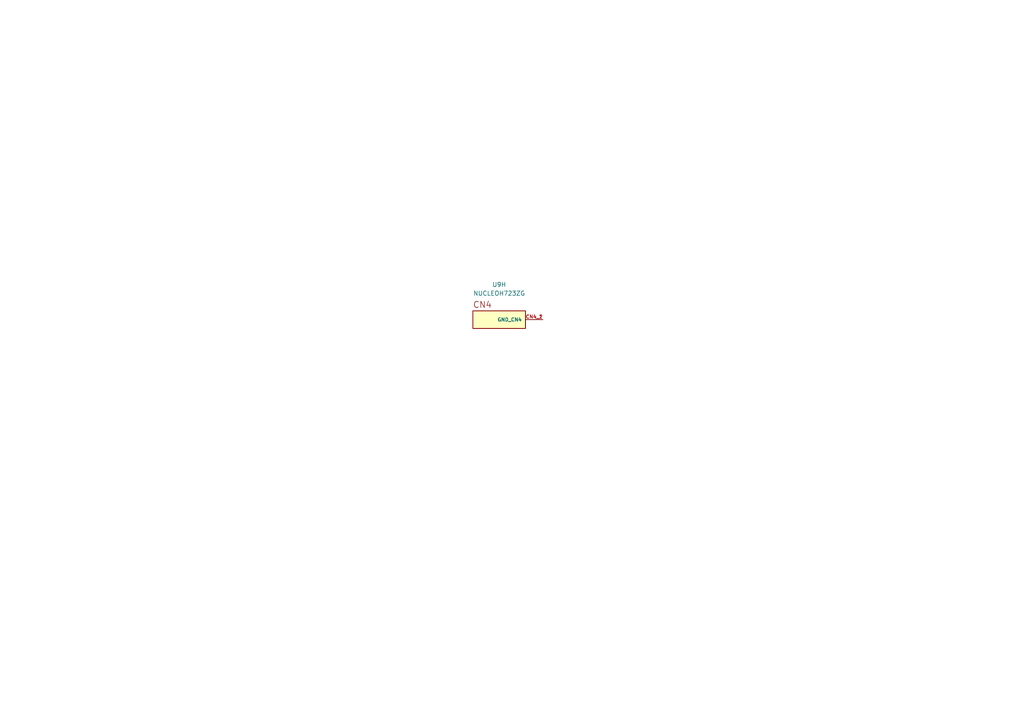
<source format=kicad_sch>
(kicad_sch (version 20250114) (generator "eeschema") (generator_version "9.0")
  (paper "A4")
  (lib_symbols
    (symbol "NUCLEOH723ZG:NUCLEOH723ZG" (pin_names (offset 1.016))
      (property "Reference" "U" (at -12.7 57.15 0))
      (property "Value" "NUCLEOH723ZG" (at -12.7 -54.61 0))
      (symbol "NUCLEOH723ZG_1_0"
        (rectangle (start -12.7 -53.34) (end 12.7 53.34) (stroke (width 0.254)) (fill (type background)))
        (text "CN11" (at -12.7 54.102 0) (effects (font (size 1.778 1.778)) (justify left bottom)))
        (pin input line (at -17.78 35.56 0) (length 5.08) (name "BOOT0") (number "CN11_7"))
        (pin input line (at -17.78 33.02 0) (length 5.08) (name "NRST") (number "CN11_14"))
        (pin bidirectional line (at -17.78 27.94 0) (length 5.08) (name "PA0") (number "CN11_28"))
        (pin bidirectional line (at -17.78 25.4 0) (length 5.08) (name "PA1") (number "CN11_30"))
        (pin bidirectional line (at -17.78 22.86 0) (length 5.08) (name "PA4") (number "CN11_32"))
        (pin bidirectional line (at -17.78 20.32 0) (length 5.08) (name "PA13") (number "CN11_13"))
        (pin bidirectional line (at -17.78 17.78 0) (length 5.08) (name "PA14") (number "CN11_15"))
        (pin bidirectional line (at -17.78 15.24 0) (length 5.08) (name "PA15") (number "CN11_17"))
        (pin bidirectional line (at -17.78 10.16 0) (length 5.08) (name "PB0") (number "CN11_34"))
        (pin bidirectional line (at -17.78 7.62 0) (length 5.08) (name "PB7") (number "CN11_21"))
        (pin bidirectional line (at -17.78 2.54 0) (length 5.08) (name "PC0") (number "CN11_38"))
        (pin bidirectional line (at -17.78 0 0) (length 5.08) (name "PC1") (number "CN11_36"))
        (pin bidirectional line (at -17.78 -2.54 0) (length 5.08) (name "PC2") (number "CN11_35"))
        (pin bidirectional line (at -17.78 -5.08 0) (length 5.08) (name "PC3") (number "CN11_37"))
        (pin bidirectional line (at -17.78 -7.62 0) (length 5.08) (name "PC10") (number "CN11_1"))
        (pin bidirectional line (at -17.78 -10.16 0) (length 5.08) (name "PC11") (number "CN11_2"))
        (pin bidirectional line (at -17.78 -12.7 0) (length 5.08) (name "PC12") (number "CN11_3"))
        (pin bidirectional line (at -17.78 -15.24 0) (length 5.08) (name "PC13") (number "CN11_23"))
        (pin bidirectional line (at -17.78 -17.78 0) (length 5.08) (name "PC14") (number "CN11_25"))
        (pin bidirectional line (at -17.78 -20.32 0) (length 5.08) (name "PC15") (number "CN11_27"))
        (pin bidirectional line (at -17.78 -25.4 0) (length 5.08) (name "PD0") (number "CN11_57"))
        (pin bidirectional line (at -17.78 -27.94 0) (length 5.08) (name "PD1") (number "CN11_55"))
        (pin bidirectional line (at -17.78 -30.48 0) (length 5.08) (name "PD2") (number "CN11_4"))
        (pin bidirectional line (at -17.78 -33.02 0) (length 5.08) (name "PD3") (number "CN11_40"))
        (pin bidirectional line (at -17.78 -35.56 0) (length 5.08) (name "PD4") (number "CN11_39"))
        (pin bidirectional line (at -17.78 -38.1 0) (length 5.08) (name "PD5") (number "CN11_41"))
        (pin bidirectional line (at -17.78 -40.64 0) (length 5.08) (name "PD6") (number "CN11_43"))
        (pin bidirectional line (at -17.78 -43.18 0) (length 5.08) (name "PD7") (number "CN11_45"))
        (pin bidirectional line (at -17.78 -45.72 0) (length 5.08) (name "PD9") (number "CN11_69"))
        (pin power_in line (at 17.78 50.8 180) (length 5.08) (name "3V3") (number "CN11_16"))
        (pin power_in line (at 17.78 48.26 180) (length 5.08) (name "5V") (number "CN11_18"))
        (pin power_in line (at 17.78 45.72 180) (length 5.08) (name "5V_EXT") (number "CN11_6"))
        (pin power_in line (at 17.78 43.18 180) (length 5.08) (name "VBAT") (number "CN11_33"))
        (pin power_in line (at 17.78 40.64 180) (length 5.08) (name "3V3_VDD") (number "CN11_5"))
        (pin power_in line (at 17.78 38.1 180) (length 5.08) (name "VIN") (number "CN11_24"))
        (pin bidirectional line (at 17.78 33.02 180) (length 5.08) (name "IOREF") (number "CN11_12"))
        (pin bidirectional line (at 17.78 27.94 180) (length 5.08) (name "PE1") (number "CN11_61"))
        (pin bidirectional line (at 17.78 25.4 180) (length 5.08) (name "PE2") (number "CN11_46"))
        (pin bidirectional line (at 17.78 22.86 180) (length 5.08) (name "PE3") (number "CN11_47"))
        (pin bidirectional line (at 17.78 20.32 180) (length 5.08) (name "PE4") (number "CN11_48"))
        (pin bidirectional line (at 17.78 17.78 180) (length 5.08) (name "PE5") (number "CN11_50"))
        (pin bidirectional line (at 17.78 15.24 180) (length 5.08) (name "PE6") (number "CN11_62"))
        (pin bidirectional line (at 17.78 10.16 180) (length 5.08) (name "PF0") (number "CN11_53"))
        (pin bidirectional line (at 17.78 7.62 180) (length 5.08) (name "PF1") (number "CN11_51"))
        (pin bidirectional line (at 17.78 5.08 180) (length 5.08) (name "PF2") (number "CN11_52"))
        (pin bidirectional line (at 17.78 2.54 180) (length 5.08) (name "PF6") (number "CN11_9"))
        (pin bidirectional line (at 17.78 0 180) (length 5.08) (name "PF7") (number "CN11_11"))
        (pin bidirectional line (at 17.78 -2.54 180) (length 5.08) (name "PF8") (number "CN11_54"))
        (pin bidirectional line (at 17.78 -5.08 180) (length 5.08) (name "PF9") (number "CN11_56"))
        (pin bidirectional line (at 17.78 -10.16 180) (length 5.08) (name "PG0") (number "CN11_59"))
        (pin bidirectional line (at 17.78 -12.7 180) (length 5.08) (name "PG1") (number "CN11_58"))
        (pin bidirectional line (at 17.78 -15.24 180) (length 5.08) (name "PG2") (number "CN11_42"))
        (pin bidirectional line (at 17.78 -17.78 180) (length 5.08) (name "PG3") (number "CN11_44"))
        (pin bidirectional line (at 17.78 -20.32 180) (length 5.08) (name "PG9") (number "CN11_63"))
        (pin bidirectional line (at 17.78 -22.86 180) (length 5.08) (name "PG10") (number "CN11_66"))
        (pin bidirectional line (at 17.78 -25.4 180) (length 5.08) (name "PG11") (number "CN11_70"))
        (pin bidirectional line (at 17.78 -27.94 180) (length 5.08) (name "PG12") (number "CN11_65"))
        (pin bidirectional line (at 17.78 -30.48 180) (length 5.08) (name "PG13") (number "CN11_68"))
        (pin bidirectional line (at 17.78 -33.02 180) (length 5.08) (name "PG15") (number "CN11_64"))
        (pin bidirectional line (at 17.78 -38.1 180) (length 5.08) (name "PH0") (number "CN11_29"))
        (pin bidirectional line (at 17.78 -40.64 180) (length 5.08) (name "PH1") (number "CN11_31"))
        (pin no_connect line (at 17.78 -45.72 180) (length 5.08) (name "NC") (number "CN11_10"))
        (pin no_connect line (at 17.78 -45.72 180) (length 5.08) (name "NC") (number "CN11_26"))
        (pin no_connect line (at 17.78 -45.72 180) (length 5.08) (name "NC") (number "CN11_67"))
        (pin power_in line (at 17.78 -50.8 180) (length 5.08) (name "GND_CN11") (number "CN11_19"))
        (pin power_in line (at 17.78 -50.8 180) (length 5.08) (name "GND_CN11") (number "CN11_20"))
        (pin power_in line (at 17.78 -50.8 180) (length 5.08) (name "GND_CN11") (number "CN11_22"))
        (pin power_in line (at 17.78 -50.8 180) (length 5.08) (name "GND_CN11") (number "CN11_49"))
        (pin power_in line (at 17.78 -50.8 180) (length 5.08) (name "GND_CN11") (number "CN11_60"))
        (pin power_in line (at 17.78 -50.8 180) (length 5.08) (name "GND_CN11") (number "CN11_8"))
      )
      (symbol "NUCLEOH723ZG_2_0"
        (rectangle (start -12.7 -53.34) (end 12.7 53.34) (stroke (width 0.254)) (fill (type background)))
        (text "CN12" (at -12.7 54.102 0) (effects (font (size 1.778 1.778)) (justify left bottom)))
        (pin bidirectional line (at -17.78 43.18 0) (length 5.08) (name "PA2") (number "CN12_35"))
        (pin bidirectional line (at -17.78 40.64 0) (length 5.08) (name "PA3") (number "CN12_37"))
        (pin bidirectional line (at -17.78 38.1 0) (length 5.08) (name "PA5") (number "CN12_11"))
        (pin bidirectional line (at -17.78 35.56 0) (length 5.08) (name "PA6") (number "CN12_13"))
        (pin bidirectional line (at -17.78 33.02 0) (length 5.08) (name "PA7") (number "CN12_15"))
        (pin bidirectional line (at -17.78 30.48 0) (length 5.08) (name "PA8") (number "CN12_23"))
        (pin bidirectional line (at -17.78 27.94 0) (length 5.08) (name "PA9") (number "CN12_21"))
        (pin bidirectional line (at -17.78 25.4 0) (length 5.08) (name "PA10") (number "CN12_33"))
        (pin bidirectional line (at -17.78 22.86 0) (length 5.08) (name "PA11") (number "CN12_14"))
        (pin bidirectional line (at -17.78 20.32 0) (length 5.08) (name "PA12") (number "CN12_12"))
        (pin bidirectional line (at -17.78 15.24 0) (length 5.08) (name "PB1") (number "CN12_24"))
        (pin bidirectional line (at -17.78 12.7 0) (length 5.08) (name "PB2") (number "CN12_22"))
        (pin bidirectional line (at -17.78 10.16 0) (length 5.08) (name "PB3") (number "CN12_31"))
        (pin bidirectional line (at -17.78 7.62 0) (length 5.08) (name "PB4") (number "CN12_27"))
        (pin bidirectional line (at -17.78 5.08 0) (length 5.08) (name "PB5") (number "CN12_29"))
        (pin bidirectional line (at -17.78 2.54 0) (length 5.08) (name "PB6") (number "CN12_17"))
        (pin bidirectional line (at -17.78 0 0) (length 5.08) (name "PB8") (number "CN12_3"))
        (pin bidirectional line (at -17.78 -2.54 0) (length 5.08) (name "PB9") (number "CN12_5"))
        (pin bidirectional line (at -17.78 -5.08 0) (length 5.08) (name "PB10") (number "CN12_25"))
        (pin bidirectional line (at -17.78 -7.62 0) (length 5.08) (name "PB11") (number "CN12_18"))
        (pin bidirectional line (at -17.78 -10.16 0) (length 5.08) (name "PB12") (number "CN12_16"))
        (pin bidirectional line (at -17.78 -12.7 0) (length 5.08) (name "PB13") (number "CN12_30"))
        (pin bidirectional line (at -17.78 -15.24 0) (length 5.08) (name "PB14") (number "CN12_28"))
        (pin bidirectional line (at -17.78 -17.78 0) (length 5.08) (name "PB15") (number "CN12_26"))
        (pin bidirectional line (at -17.78 -22.86 0) (length 5.08) (name "PC4") (number "CN12_34"))
        (pin bidirectional line (at -17.78 -25.4 0) (length 5.08) (name "PC5") (number "CN12_6"))
        (pin bidirectional line (at -17.78 -27.94 0) (length 5.08) (name "PC6") (number "CN12_4"))
        (pin bidirectional line (at -17.78 -30.48 0) (length 5.08) (name "PC7") (number "CN12_19"))
        (pin bidirectional line (at -17.78 -33.02 0) (length 5.08) (name "PC8") (number "CN12_2"))
        (pin bidirectional line (at -17.78 -35.56 0) (length 5.08) (name "PC9") (number "CN12_1"))
        (pin power_in line (at 17.78 50.8 180) (length 5.08) (name "VREFP") (number "CN12_7"))
        (pin power_in line (at 17.78 48.26 180) (length 5.08) (name "5V_USB_STLK") (number "CN12_8"))
        (pin bidirectional line (at 17.78 43.18 180) (length 5.08) (name "PD8") (number "CN12_10"))
        (pin bidirectional line (at 17.78 40.64 180) (length 5.08) (name "PD10") (number "CN12_65"))
        (pin bidirectional line (at 17.78 38.1 180) (length 5.08) (name "PD11") (number "CN12_45"))
        (pin bidirectional line (at 17.78 35.56 180) (length 5.08) (name "PD12") (number "CN12_43"))
        (pin bidirectional line (at 17.78 33.02 180) (length 5.08) (name "PD13") (number "CN12_41"))
        (pin bidirectional line (at 17.78 30.48 180) (length 5.08) (name "PD14") (number "CN12_46"))
        (pin bidirectional line (at 17.78 27.94 180) (length 5.08) (name "PD15") (number "CN12_48"))
        (pin bidirectional line (at 17.78 22.86 180) (length 5.08) (name "PE0") (number "CN12_64"))
        (pin bidirectional line (at 17.78 20.32 180) (length 5.08) (name "PE7") (number "CN12_44"))
        (pin bidirectional line (at 17.78 17.78 180) (length 5.08) (name "PE8") (number "CN12_40"))
        (pin bidirectional line (at 17.78 15.24 180) (length 5.08) (name "PE9") (number "CN12_52"))
        (pin bidirectional line (at 17.78 12.7 180) (length 5.08) (name "PE10") (number "CN12_47"))
        (pin bidirectional line (at 17.78 10.16 180) (length 5.08) (name "PE11") (number "CN12_56"))
        (pin bidirectional line (at 17.78 7.62 180) (length 5.08) (name "PE12") (number "CN12_49"))
        (pin bidirectional line (at 17.78 5.08 180) (length 5.08) (name "PE13") (number "CN12_55"))
        (pin bidirectional line (at 17.78 2.54 180) (length 5.08) (name "PE14") (number "CN12_51"))
        (pin bidirectional line (at 17.78 0 180) (length 5.08) (name "PE15") (number "CN12_53"))
        (pin bidirectional line (at 17.78 -5.08 180) (length 5.08) (name "PF3") (number "CN12_58"))
        (pin bidirectional line (at 17.78 -7.62 180) (length 5.08) (name "PF4") (number "CN12_38"))
        (pin bidirectional line (at 17.78 -10.16 180) (length 5.08) (name "PF5") (number "CN12_36"))
        (pin bidirectional line (at 17.78 -12.7 180) (length 5.08) (name "PF10") (number "CN12_42"))
        (pin bidirectional line (at 17.78 -15.24 180) (length 5.08) (name "PF11") (number "CN12_62"))
        (pin bidirectional line (at 17.78 -17.78 180) (length 5.08) (name "PF12") (number "CN12_59"))
        (pin bidirectional line (at 17.78 -20.32 180) (length 5.08) (name "PF13") (number "CN12_57"))
        (pin bidirectional line (at 17.78 -22.86 180) (length 5.08) (name "PF14") (number "CN12_50"))
        (pin bidirectional line (at 17.78 -25.4 180) (length 5.08) (name "PF15") (number "CN12_60"))
        (pin bidirectional line (at 17.78 -30.48 180) (length 5.08) (name "PG4") (number "CN12_69"))
        (pin bidirectional line (at 17.78 -33.02 180) (length 5.08) (name "PG5") (number "CN12_68"))
        (pin bidirectional line (at 17.78 -35.56 180) (length 5.08) (name "PG6") (number "CN12_70"))
        (pin bidirectional line (at 17.78 -38.1 180) (length 5.08) (name "PG7") (number "CN12_67"))
        (pin bidirectional line (at 17.78 -40.64 180) (length 5.08) (name "PG8") (number "CN12_66"))
        (pin bidirectional line (at 17.78 -43.18 180) (length 5.08) (name "PG14") (number "CN12_61"))
        (pin power_in line (at 17.78 -48.26 180) (length 5.08) (name "AGND_CN12") (number "CN12_32"))
        (pin power_in line (at 17.78 -50.8 180) (length 5.08) (name "GND_CN12") (number "CN12_20"))
        (pin power_in line (at 17.78 -50.8 180) (length 5.08) (name "GND_CN12") (number "CN12_39"))
        (pin power_in line (at 17.78 -50.8 180) (length 5.08) (name "GND_CN12") (number "CN12_54"))
        (pin power_in line (at 17.78 -50.8 180) (length 5.08) (name "GND_CN12") (number "CN12_63"))
        (pin power_in line (at 17.78 -50.8 180) (length 5.08) (name "GND_CN12") (number "CN12_9"))
      )
      (symbol "NUCLEOH723ZG_3_0"
        (rectangle (start -27.94 -20.32) (end 27.94 20.32) (stroke (width 0.254)) (fill (type background)))
        (text "CN8" (at -27.94 21.082 0) (effects (font (size 1.778 1.778)) (justify left bottom)))
        (pin input line (at -33.02 7.62 0) (length 5.08) (name "NRST_CN8") (number "CN8_5"))
        (pin bidirectional line (at -33.02 2.54 0) (length 5.08) (name "D43/SDMMC_D0") (number "CN8_2"))
        (pin bidirectional line (at -33.02 0 0) (length 5.08) (name "D44/SDMMC_D1/I2S_A_CKIN") (number "CN8_4"))
        (pin bidirectional line (at -33.02 -2.54 0) (length 5.08) (name "D45/SDMMC_D2") (number "CN8_6"))
        (pin bidirectional line (at -33.02 -5.08 0) (length 5.08) (name "D46/SDMMC_D3") (number "CN8_8"))
        (pin bidirectional line (at -33.02 -7.62 0) (length 5.08) (name "D47/SDMMC_CK") (number "CN8_10"))
        (pin bidirectional line (at -33.02 -10.16 0) (length 5.08) (name "D48/SDMMC_CMD") (number "CN8_12"))
        (pin no_connect line (at -33.02 -15.24 0) (length 5.08) (name "NC_CN8") (number "CN8_1"))
        (pin power_in line (at 33.02 17.78 180) (length 5.08) (name "VIN_CN8") (number "CN8_15"))
        (pin power_in line (at 33.02 15.24 180) (length 5.08) (name "5V_CN8") (number "CN8_9"))
        (pin power_in line (at 33.02 12.7 180) (length 5.08) (name "3V3_CN8") (number "CN8_7"))
        (pin bidirectional line (at 33.02 7.62 180) (length 5.08) (name "IOREF_CN8") (number "CN8_3"))
        (pin bidirectional line (at 33.02 0 180) (length 5.08) (name "D50/IO") (number "CN8_16"))
        (pin bidirectional line (at 33.02 -2.54 180) (length 5.08) (name "D49/IO") (number "CN8_14"))
        (pin power_in line (at 33.02 -17.78 180) (length 5.08) (name "GND_CN8") (number "CN8_11"))
        (pin power_in line (at 33.02 -17.78 180) (length 5.08) (name "GND_CN8") (number "CN8_13"))
      )
      (symbol "NUCLEOH723ZG_4_0"
        (rectangle (start -27.94 -25.4) (end 27.94 25.4) (stroke (width 0.254)) (fill (type background)))
        (text "CN9" (at -27.94 26.162 0) (effects (font (size 1.778 1.778)) (justify left bottom)))
        (pin input line (at -33.02 22.86 0) (length 5.08) (name "A0/ADC12_INP15") (number "CN9_1"))
        (pin input line (at -33.02 20.32 0) (length 5.08) (name "A1/ADC123_INP10") (number "CN9_3"))
        (pin input line (at -33.02 17.78 0) (length 5.08) (name "A2/ADC12_INP13") (number "CN9_5"))
        (pin input line (at -33.02 15.24 0) (length 5.08) (name "A3/ADC12_INP5") (number "CN9_7"))
        (pin input line (at -33.02 12.7 0) (length 5.08) (name "A4/ADC123_INP12/I2C1_SDA") (number "CN9_9"))
        (pin input line (at -33.02 10.16 0) (length 5.08) (name "A5/ADC3_INP6/I2C1_SCL") (number "CN9_11"))
        (pin bidirectional line (at -33.02 5.08 0) (length 5.08) (name "D51/USART_B_SCLK") (number "CN9_2"))
        (pin bidirectional line (at -33.02 2.54 0) (length 5.08) (name "D52/USART_B_RX") (number "CN9_4"))
        (pin bidirectional line (at -33.02 0 0) (length 5.08) (name "D53/USART_B_TX") (number "CN9_6"))
        (pin bidirectional line (at -33.02 -2.54 0) (length 5.08) (name "D54/USART_B_RTS") (number "CN9_8"))
        (pin bidirectional line (at -33.02 -5.08 0) (length 5.08) (name "D55/USART_B_CTS") (number "CN9_10"))
        (pin bidirectional line (at -33.02 -10.16 0) (length 5.08) (name "D56/SAI_A_MCLK") (number "CN9_14"))
        (pin bidirectional line (at -33.02 -12.7 0) (length 5.08) (name "D57/SAI_A_FS") (number "CN9_16"))
        (pin bidirectional line (at -33.02 -15.24 0) (length 5.08) (name "D58/SAI_A_SCK") (number "CN9_18"))
        (pin bidirectional line (at -33.02 -17.78 0) (length 5.08) (name "D59/SAI_A_SD") (number "CN9_20"))
        (pin bidirectional line (at 33.02 22.86 180) (length 5.08) (name "D68/I2C_B_SDA") (number "CN9_21"))
        (pin bidirectional line (at 33.02 20.32 180) (length 5.08) (name "D69/I2C_B_SCL") (number "CN9_19"))
        (pin bidirectional line (at 33.02 17.78 180) (length 5.08) (name "D70/I2C_B_SMBA") (number "CN9_17"))
        (pin output line (at 33.02 12.7 180) (length 5.08) (name "D66/CAN_TX") (number "CN9_27"))
        (pin input line (at 33.02 10.16 180) (length 5.08) (name "D67/CAN_RX") (number "CN9_25"))
        (pin bidirectional line (at 33.02 5.08 180) (length 5.08) (name "D64/IO") (number "CN9_30"))
        (pin bidirectional line (at 33.02 2.54 180) (length 5.08) (name "D65/IO") (number "CN9_29"))
        (pin bidirectional line (at 33.02 -2.54 180) (length 5.08) (name "D71/COMP2_INP") (number "CN9_15"))
        (pin bidirectional line (at 33.02 -5.08 180) (length 5.08) (name "D72/COMP1_INP") (number "CN9_13"))
        (pin bidirectional line (at 33.02 -10.16 180) (length 5.08) (name "D62/SAI_B_MCLK") (number "CN9_26"))
        (pin bidirectional line (at 33.02 -12.7 180) (length 5.08) (name "D63/SAI_B_FS") (number "CN9_28"))
        (pin bidirectional line (at 33.02 -15.24 180) (length 5.08) (name "D61/SAI_B_SCK") (number "CN9_24"))
        (pin bidirectional line (at 33.02 -17.78 180) (length 5.08) (name "D60/SAI_B_SD") (number "CN9_22"))
        (pin power_in line (at 33.02 -22.86 180) (length 5.08) (name "GND_CN9") (number "CN9_12"))
        (pin power_in line (at 33.02 -22.86 180) (length 5.08) (name "GND_CN9") (number "CN9_23"))
      )
      (symbol "NUCLEOH723ZG_5_0"
        (rectangle (start -33.02 -20.32) (end 33.02 20.32) (stroke (width 0.254)) (fill (type background)))
        (text "CN7" (at -33.02 21.082 0) (effects (font (size 1.778 1.778)) (justify left bottom)))
        (pin bidirectional line (at -38.1 12.7 0) (length 5.08) (name "D8/IO") (number "CN7_20"))
        (pin bidirectional line (at -38.1 10.16 0) (length 5.08) (name "D9/TIMER_B_PWM2") (number "CN7_18"))
        (pin bidirectional line (at -38.1 2.54 0) (length 5.08) (name "D10/SPI_A_CS/TIM_B_PWM3") (number "CN7_16"))
        (pin bidirectional line (at -38.1 0 0) (length 5.08) (name "D11/SPI_A_MOSI/TIM_E_PWM1") (number "CN7_14"))
        (pin bidirectional line (at -38.1 -2.54 0) (length 5.08) (name "D12/SPI_A_MISO") (number "CN7_12"))
        (pin bidirectional line (at -38.1 -5.08 0) (length 5.08) (name "D13/SPI_A_SCK") (number "CN7_10"))
        (pin bidirectional line (at -38.1 -7.62 0) (length 5.08) (name "D14/I2C_A_SDA") (number "CN7_4"))
        (pin bidirectional line (at -38.1 -10.16 0) (length 5.08) (name "D15/I2C_A_SCL") (number "CN7_2"))
        (pin bidirectional line (at -38.1 -12.7 0) (length 5.08) (name "D16/I2S_A_MCK") (number "CN7_1"))
        (pin power_in line (at 38.1 17.78 180) (length 5.08) (name "VREFP_CN7") (number "CN7_6"))
        (pin bidirectional line (at 38.1 12.7 180) (length 5.08) (name "D25/SPI_B_MISO") (number "CN7_19"))
        (pin bidirectional line (at 38.1 10.16 180) (length 5.08) (name "D24/SPI_B_NSS") (number "CN7_17"))
        (pin bidirectional line (at 38.1 7.62 180) (length 5.08) (name "D23/I2S_B_CK/SPI_B_SCK") (number "CN7_15"))
        (pin bidirectional line (at 38.1 5.08 180) (length 5.08) (name "D22/I2S_B_SD/SPI_B_MOSI") (number "CN7_13"))
        (pin bidirectional line (at 38.1 0 180) (length 5.08) (name "D21/I2S_B_MCK") (number "CN7_11"))
        (pin bidirectional line (at 38.1 -2.54 180) (length 5.08) (name "D20/I2S_B_WS") (number "CN7_9"))
        (pin bidirectional line (at 38.1 -7.62 180) (length 5.08) (name "D19/I2S_A_WS") (number "CN7_7"))
        (pin bidirectional line (at 38.1 -10.16 180) (length 5.08) (name "D18/I2S_A_CK") (number "CN7_5"))
        (pin bidirectional line (at 38.1 -12.7 180) (length 5.08) (name "D17/I2S_A_SD") (number "CN7_3"))
        (pin power_in line (at 38.1 -17.78 180) (length 5.08) (name "GND_CN7") (number "CN7_8"))
      )
      (symbol "NUCLEOH723ZG_6_0"
        (rectangle (start -27.94 -30.48) (end 27.94 30.48) (stroke (width 0.254)) (fill (type background)))
        (text "CN10" (at -27.94 31.242 0) (effects (font (size 1.778 1.778)) (justify left bottom)))
        (pin input line (at -33.02 22.86 0) (length 5.08) (name "A6/ADC_A_IN") (number "CN10_7"))
        (pin input line (at -33.02 20.32 0) (length 5.08) (name "A7/ADC_B_IN") (number "CN10_9"))
        (pin input line (at -33.02 17.78 0) (length 5.08) (name "A8/ADC_C_IN") (number "CN10_11"))
        (pin input line (at -33.02 12.7 0) (length 5.08) (name "D0/USART_A_RX") (number "CN10_16"))
        (pin output line (at -33.02 10.16 0) (length 5.08) (name "D1/USART_A_TX") (number "CN10_14"))
        (pin bidirectional line (at -33.02 5.08 0) (length 5.08) (name "D6/TIMER_A_PWM1") (number "CN10_4"))
        (pin bidirectional line (at -33.02 2.54 0) (length 5.08) (name "D5/TIMER_A_PWM2") (number "CN10_6"))
        (pin bidirectional line (at -33.02 0 0) (length 5.08) (name "D3/TIMER_A_PWM3") (number "CN10_10"))
        (pin bidirectional line (at -33.02 -5.08 0) (length 5.08) (name "D37/TIMER_A_BKIN1") (number "CN10_30"))
        (pin bidirectional line (at -33.02 -7.62 0) (length 5.08) (name "D38/TIMER_A_BKIN2") (number "CN10_28"))
        (pin bidirectional line (at -33.02 -10.16 0) (length 5.08) (name "D39/TIMER_A_PWM3N") (number "CN10_26"))
        (pin bidirectional line (at -33.02 -12.7 0) (length 5.08) (name "D40/TIMER_A_PWM2N") (number "CN10_24"))
        (pin bidirectional line (at -33.02 -15.24 0) (length 5.08) (name "D41/TIMER_A_ETR") (number "CN10_20"))
        (pin bidirectional line (at -33.02 -17.78 0) (length 5.08) (name "D42/TIMER_A_PWM1N") (number "CN10_18"))
        (pin power_in line (at 33.02 27.94 180) (length 5.08) (name "AVDD") (number "CN10_1"))
        (pin bidirectional line (at 33.02 22.86 180) (length 5.08) (name "D34/TIMER_B_ETR") (number "CN10_33"))
        (pin bidirectional line (at 33.02 17.78 180) (length 5.08) (name "D32/TIMER_C_PWM1") (number "CN10_29"))
        (pin bidirectional line (at 33.02 15.24 180) (length 5.08) (name "D36/TIMER_C_PWM2") (number "CN10_32"))
        (pin bidirectional line (at 33.02 12.7 180) (length 5.08) (name "D35/TIMER_C_PWM3") (number "CN10_34"))
        (pin bidirectional line (at 33.02 7.62 180) (length 5.08) (name "D33/TIMER_D_PWM1") (number "CN10_31"))
        (pin bidirectional line (at 33.02 2.54 180) (length 5.08) (name "D2/IO") (number "CN10_12"))
        (pin bidirectional line (at 33.02 0 180) (length 5.08) (name "D4/IO") (number "CN10_8"))
        (pin bidirectional line (at 33.02 -2.54 180) (length 5.08) (name "D7/IO") (number "CN10_2"))
        (pin bidirectional line (at 33.02 -7.62 180) (length 5.08) (name "D26/QSPI_CS") (number "CN10_13"))
        (pin bidirectional line (at 33.02 -10.16 180) (length 5.08) (name "D27/QSPI_CLK") (number "CN10_15"))
        (pin bidirectional line (at 33.02 -12.7 180) (length 5.08) (name "D30/QSPI_BK1_IO0") (number "CN10_23"))
        (pin bidirectional line (at 33.02 -15.24 180) (length 5.08) (name "D29/QSPI_BK1_IO1") (number "CN10_21"))
        (pin bidirectional line (at 33.02 -17.78 180) (length 5.08) (name "D31/QSPI_BK1_IO2") (number "CN10_25"))
        (pin bidirectional line (at 33.02 -20.32 180) (length 5.08) (name "D28/QSPI_BK1_IO3") (number "CN10_19"))
        (pin power_in line (at 33.02 -25.4 180) (length 5.08) (name "AGND_CN10") (number "CN10_3"))
        (pin power_in line (at 33.02 -27.94 180) (length 5.08) (name "GND_CN10") (number "CN10_17"))
        (pin power_in line (at 33.02 -27.94 180) (length 5.08) (name "GND_CN10") (number "CN10_22"))
        (pin power_in line (at 33.02 -27.94 180) (length 5.08) (name "GND_CN10") (number "CN10_27"))
        (pin power_in line (at 33.02 -27.94 180) (length 5.08) (name "GND_CN10") (number "CN10_5"))
      )
      (symbol "NUCLEOH723ZG_7_0"
        (rectangle (start -7.62 -2.54) (end 7.62 2.54) (stroke (width 0.254)) (fill (type background)))
        (text "CN3" (at -7.62 3.302 0) (effects (font (size 1.778 1.778)) (justify left bottom)))
        (pin power_in line (at 12.7 0 180) (length 5.08) (name "GND_CN3") (number "CN3_1"))
        (pin power_in line (at 12.7 0 180) (length 5.08) (name "GND_CN3") (number "CN3_2"))
      )
      (symbol "NUCLEOH723ZG_8_0"
        (rectangle (start -7.62 -2.54) (end 7.62 2.54) (stroke (width 0.254)) (fill (type background)))
        (text "CN4" (at -7.62 3.302 0) (effects (font (size 1.778 1.778)) (justify left bottom)))
        (pin power_in line (at 12.7 0 180) (length 5.08) (name "GND_CN4") (number "CN4_1"))
        (pin power_in line (at 12.7 0 180) (length 5.08) (name "GND_CN4") (number "CN4_2"))
      )
      (symbol "NUCLEOH723ZG_9_0"
        (rectangle (start -7.62 -2.54) (end 7.62 2.54) (stroke (width 0.254)) (fill (type background)))
        (text "CN15" (at -7.62 3.302 0) (effects (font (size 1.778 1.778)) (justify left bottom)))
        (pin power_in line (at 12.7 0 180) (length 5.08) (name "GND_CN15") (number "CN15_1"))
        (pin power_in line (at 12.7 0 180) (length 5.08) (name "GND_CN15") (number "CN15_2"))
      )
      (symbol "NUCLEOH723ZG_10_0"
        (rectangle (start -7.62 -2.54) (end 7.62 2.54) (stroke (width 0.254)) (fill (type background)))
        (text "CN16" (at -7.62 3.302 0) (effects (font (size 1.778 1.778)) (justify left bottom)))
        (pin power_in line (at 12.7 0 180) (length 5.08) (name "GND_CN16") (number "CN16_1"))
        (pin power_in line (at 12.7 0 180) (length 5.08) (name "GND_CN16") (number "CN16_2"))
      )
    )
  )
  (symbol (lib_id "NUCLEOH723ZG:NUCLEOH723ZG") (at 144.78 92.71 0) (unit 8)
    (property "Reference" "U9" (at 144.78 82.55 0))
    (property "Value" "NUCLEOH723ZG" (at 144.78 85.09 0))
    (property "Footprint" "NUCLEOH723ZG:MODULE_NUCLEOH723ZG" (effects (hide yes)))
    (property "MF" "STMicroelectronics" (effects (hide yes)))
    (property "MAXIMUM_PACKAGE_HEIGHT" "18.57 mm" (effects (hide yes)))
    (property "Package" "None" (effects (hide yes)))
    (property "Price" "None" (effects (hide yes)))
    (property "Check_prices" "https://www.snapeda.com/parts/NUCLEOH723ZG/STMicroelectronics/view-part/?ref=eda" (effects (hide yes)))
    (property "STANDARD" "Manufacturer Recommendations" (effects (hide yes)))
    (property "PARTREV" "2" (effects (hide yes)))
    (property "SnapEDA_Link" "https://www.snapeda.com/parts/NUCLEOH723ZG/STMicroelectronics/view-part/?ref=snap" (effects (hide yes)))
    (property "MP" "NUCLEOH723ZG" (effects (hide yes)))
    (property "Description_1" "STM32H723 Nucleo-144 STM32H7 ARM® Cortex®-M7 MCU 32-Bit Embedded Evaluation Board" (effects (hide yes)))
    (property "SNAPEDA_PN" "NUCLEOH723ZG" (effects (hide yes)))
    (property "Availability" "In Stock" (effects (hide yes)))
    (property "MANUFACTURER" "STMicroelectronics" (effects (hide yes)))
  )
)
</source>
